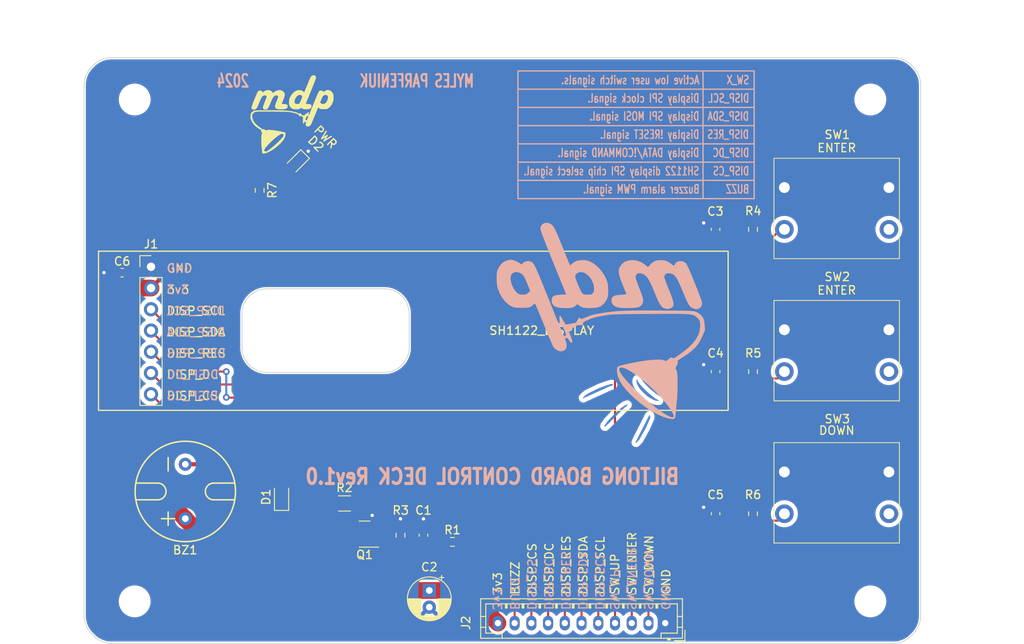
<source format=kicad_pcb>
(kicad_pcb (version 20221018) (generator pcbnew)
  (layers (0 "F.Cu" signal) (31 "B.Cu" signal) (34 "B.Paste" user) (35 "F.Paste" user) (36 "B.SilkS" user "B.Silkscreen") (37 "F.SilkS" user "F.Silkscreen") (38 "B.Mask" user) (39 "F.Mask" user) (44 "Edge.Cuts" user))
  (net 0 "")
  (net 1 "+3V3")
  (net 2 "Net-(BZ1-+)")
  (net 3 "Net-(Q1-B)")
  (net 4 "GND")
  (net 5 "/SW_UP")
  (net 6 "/SW_ENTER")
  (net 7 "/SW_DOWN")
  (net 8 "/DISP_SCL")
  (net 9 "/DISP_MOSI")
  (net 10 "/DISP_RES")
  (net 11 "/DISP_DC")
  (net 12 "/DISP_CS")
  (net 13 "/BUZZ")
  (net 14 "Net-(Q1-C)")
  (net 18 "Net-(D2-A)")
  (footprint "BiltongBoardControlDeck:signature_fc_10x11.5mm" (layer "F.Cu") (at 122.891022 53.03)
    (fp_text reference "G***" hide)
    (fp_text value "LOGO" hide)
    (fp_poly (pts (xy -0.08 1.69) (xy 0.224945 1.932199) (xy 0.486081 2.178922) (xy 0.750451 2.479111) (xy 0.855296 2.631772) (xy 0.861684 2.655291) (xy 0.853891 2.661318) (xy 0.39 2.21) (xy -0.02 1.75) (xy 0.06 1.83)) (stroke (width 0.1)) (fill solid) (layer "F.Cu"))
    (fp_poly (pts (xy -1.36 1.49) (xy -1.5 1.54) (xy -1.69 1.55) (xy -1.06 1.2) (xy -0.71 0.87) (xy -0.44 0.49) (xy -0.44 0.66) (xy -0.480254 0.730259) (xy -0.51 0.78) (xy -0.69 0.98) (xy -0.9 1.19)) (stroke (width 0.1)) (fill solid) (layer "F.Cu"))
    (fp_poly (pts (xy -0.964174 2.365883) (xy -1.03 2.23) (xy -0.55 3.18) (xy -0.5 3.28) (xy -0.5 3.3) (xy -0.58 3.22) (xy -0.63 3.15) (xy -0.73 2.96) (xy -0.89 2.62) (xy -1 2.36) (xy -1.04 2.19)) (stroke (width 0.1)) (fill solid) (layer "F.Cu"))
    (fp_poly (pts (xy 1.694886 1.473978) (xy 0.403121 0.886669) (xy 0.397986 0.874349) (xy 0.41725 0.87232) (xy 0.84 1) (xy 1.376501 1.239721) (xy 1.56127 1.343862) (xy 1.674862 1.42598) (xy 1.707956 1.479685) (xy 1.658861 1.457978) (xy 1.602287 1.43276) (xy 1.615339 1.442368)) (stroke (width 0.1)) (fill solid) (layer "F.Cu"))
  )
  (footprint "Resistor_SMD:R_0603_1608Metric" (layer "F.Cu") (at 120.18 59.86 -90)
    (fp_text reference "R7" (at -0.002 -1.514 90) (layer "F.SilkS") (effects (font (thickness 0.16))))
    (fp_text value "4.7K")
    (pad "1" smd roundrect (at -0.825 0 270) (size 0.8 0.95) (layers "F.Cu" "F.Paste" "F.Mask") (net 18 "Net-(D2-A)"))
    (pad "2" smd roundrect (at 0.825 0 270) (size 0.8 0.95) (layers "F.Cu" "F.Paste" "F.Mask") (net 1 "+3V3"))
  )
  (footprint "Resistor_SMD:R_0603_1608Metric" (layer "F.Cu") (at 143.225 101.89 180)
    (fp_text reference "R1" (at -0.005 1.42 180) (layer "F.SilkS") (effects (font (thickness 0.16))))
    (fp_text value "4.7K")
    (pad "1" smd roundrect (at -0.825 0 180) (size 0.8 0.95) (layers "F.Cu" "F.Paste" "F.Mask") (net 13 "/BUZZ"))
    (pad "2" smd roundrect (at 0.825 0 180) (size 0.8 0.95) (layers "F.Cu" "F.Paste" "F.Mask") (net 3 "Net-(Q1-B)"))
  )
  (footprint "MountingHole:MountingHole_3.2mm_M3" (layer "F.Cu") (at 193.19 109)
    (fp_text reference "H4" hide)
    (fp_text value "MountingHole M3")
    (pad "" np_thru_hole circle (at 0 0) (size 3.2 3.2) (drill 3.2) (layers "*.Cu" "*.Mask"))
  )
  (footprint "Capacitor_SMD:C_0603_1608Metric" (layer "F.Cu") (at 103.74 69.7 180)
    (fp_text reference "C6" (at 0 1.35) (layer "F.SilkS") (effects (font (thickness 0.16))))
    (fp_text value "1u")
    (pad "1" smd roundrect (at -0.775 0 180) (size 0.9 0.95) (layers "F.Cu" "F.Paste" "F.Mask") (net 1 "+3V3"))
    (pad "2" smd roundrect (at 0.775 0 180) (size 0.9 0.95) (layers "F.Cu" "F.Paste" "F.Mask") (net 4 "GND"))
  )
  (footprint "Connector_PinHeader_2.54mm:PinHeader_1x07_P2.54mm_Vertical" (layer "F.Cu") (at 107.19 69)
    (fp_text reference "J1" (at 0 -2.708) (layer "F.SilkS") (effects (font (thickness 0.16))))
    (fp_text value "SH1122_DISP")
    (pad "1" thru_hole rect (at 0 0) (size 1.7 1.7) (drill 1) (layers "*.Cu" "*.Mask") (net 4 "GND"))
    (pad "2" thru_hole oval (at 0 2.54) (size 1.7 1.7) (drill 1) (layers "*.Cu" "*.Mask") (net 1 "+3V3"))
    (pad "3" thru_hole oval (at 0 5.08) (size 1.7 1.7) (drill 1) (layers "*.Cu" "*.Mask") (net 8 "/DISP_SCL"))
    (pad "4" thru_hole oval (at 0 7.62) (size 1.7 1.7) (drill 1) (layers "*.Cu" "*.Mask") (net 9 "/DISP_MOSI"))
    (pad "5" thru_hole oval (at 0 10.16) (size 1.7 1.7) (drill 1) (layers "*.Cu" "*.Mask") (net 10 "/DISP_RES"))
    (pad "6" thru_hole oval (at 0 12.7) (size 1.7 1.7) (drill 1) (layers "*.Cu" "*.Mask") (net 11 "/DISP_DC"))
    (pad "7" thru_hole oval (at 0 15.24) (size 1.7 1.7) (drill 1) (layers "*.Cu" "*.Mask") (net 12 "/DISP_CS"))
  )
  (footprint "BiltongBoardControlDeck:GT-111P" (layer "F.Cu") (at 111.29 95.86 90)
    (fp_text reference "BZ1" (at -7.01 -0.02 unlocked) (layer "F.SilkS") (effects (font (thickness 0.16))))
    (fp_text value "GT-111P")
    (pad "1" thru_hole circle (at -3.25 0 90) (size 1.56 1.56) (drill 0.8) (layers "*.Cu" "*.Mask") (net 1 "+3V3"))
    (pad "2" thru_hole circle (at 3.25 0 90) (size 1.56 1.56) (drill 0.8) (layers "*.Cu" "*.Mask") (net 2 "Net-(BZ1-+)"))
  )
  (footprint "BiltongBoardControlDeck:signature_ss_10x11.5mm" (layer "F.Cu") (at 124.077223 51.841552)
    (fp_text reference "G***" hide)
    (fp_text value "LOGO" hide)
  )
  (footprint "Capacitor_SMD:C_0603_1608Metric" (layer "F.Cu") (at 174.69 64.525 90)
    (fp_text reference "C3" (at 2.15 -0.025 180) (layer "F.SilkS") (effects (font (thickness 0.16))))
    (fp_text value "10n")
    (pad "1" smd roundrect (at -0.775 0 90) (size 0.9 0.95) (layers "F.Cu" "F.Paste" "F.Mask") (net 5 "/SW_UP"))
    (pad "2" smd roundrect (at 0.775 0 90) (size 0.9 0.95) (layers "F.Cu" "F.Paste" "F.Mask") (net 4 "GND"))
  )
  (footprint "Diode_SMD:D_SOD-323" (layer "F.Cu") (at 122.796 96.518 90)
    (fp_text reference "D1" (at 0 -1.85 90) (layer "F.SilkS") (effects (font (thickness 0.16))))
    (fp_text value "D_Schottky")
    (pad "1" smd roundrect (at -1.05 0 90) (size 0.6 0.45) (layers "F.Cu" "F.Paste" "F.Mask") (net 1 "+3V3"))
    (pad "2" smd roundrect (at 1.05 0 90) (size 0.6 0.45) (layers "F.Cu" "F.Paste" "F.Mask") (net 2 "Net-(BZ1-+)"))
  )
  (footprint "LED_SMD:LED_0603_1608Metric" (layer "F.Cu") (at 124.561022 56.57 -135)
    (fp_text reference "D2" (at -3.266833 -0.039598 135) (layer "F.SilkS") (effects (font (thickness 0.16))))
    (fp_text value "LED")
    (pad "1" smd roundrect (at -0.7875 0 225) (size 0.875 0.95) (layers "F.Cu" "F.Paste" "F.Mask") (net 4 "GND"))
    (pad "2" smd roundrect (at 0.7875 0 225) (size 0.875 0.95) (layers "F.Cu" "F.Paste" "F.Mask") (net 18 "Net-(D2-A)"))
  )
  (footprint "MountingHole:MountingHole_3.2mm_M3" (layer "F.Cu") (at 105.24 109)
    (fp_text reference "H2" hide)
    (fp_text value "MountingHole M3")
    (pad "" np_thru_hole circle (at 0 0) (size 3.2 3.2) (drill 3.2) (layers "*.Cu" "*.Mask"))
  )
  (footprint "Capacitor_THT:CP_Radial_D5.0mm_P2.00mm" (layer "F.Cu") (at 140.462 107.696 -90)
    (fp_text reference "C2" (at -2.794 0) (layer "F.SilkS") (effects (font (thickness 0.153))))
    (fp_text value "10u")
    (pad "1" thru_hole rect (at 0 0 270) (size 1.6 1.6) (drill 0.8) (layers "*.Cu" "*.Mask") (net 1 "+3V3"))
    (pad "2" thru_hole circle (at 2 0 270) (size 1.6 1.6) (drill 0.8) (layers "*.Cu" "*.Mask") (net 4 "GND"))
  )
  (footprint "Resistor_SMD:R_0603_1608Metric" (layer "F.Cu") (at 179.165 98.525 90)
    (fp_text reference "R6" (at 2.275 0 180) (layer "F.SilkS") (effects (font (thickness 0.16))))
    (fp_text value "10k")
    (pad "1" smd roundrect (at -0.825 0 90) (size 0.8 0.95) (layers "F.Cu" "F.Paste" "F.Mask") (net 7 "/SW_DOWN"))
    (pad "2" smd roundrect (at 0.825 0 90) (size 0.8 0.95) (layers "F.Cu" "F.Paste" "F.Mask") (net 1 "+3V3"))
  )
  (footprint "Package_TO_SOT_SMD:SOT-23" (layer "F.Cu") (at 132.7275 100.96 180)
    (fp_text reference "Q1" (at 0 -2.47) (layer "F.SilkS") (effects (font (thickness 0.16))))
    (fp_text value "MMBT3904")
    (pad "1" smd roundrect (at -0.9375 -0.95 180) (size 1.475 0.6) (layers "F.Cu" "F.Paste" "F.Mask") (net 3 "Net-(Q1-B)"))
    (pad "2" smd roundrect (at -0.9375 0.95 180) (size 1.475 0.6) (layers "F.Cu" "F.Paste" "F.Mask") (net 4 "GND"))
    (pad "3" smd roundrect (at 0.9375 0 180) (size 1.475 0.6) (layers "F.Cu" "F.Paste" "F.Mask") (net 14 "Net-(Q1-C)"))
  )
  (footprint "BiltongBoardControlDeck:TS14-1212-150-BK-260-SCR-D" (layer "F.Cu") (at 189.165 96.025)
    (fp_text reference "SW3" (at 0.075 -8.825 unlocked) (layer "F.SilkS") (effects (font (thickness 0.153))))
    (fp_text value "TS14-1212-150-BK-260-SCR-D")
    (pad "1" thru_hole circle (at -6.25 -2.5) (size 2.224 2.224) (drill 1.3) (layers "*.Cu" "*.Mask") (net 4 "GND"))
    (pad "2" thru_hole circle (at 6.25 -2.5) (size 2.224 2.224) (drill 1.3) (layers "*.Cu" "*.Mask") (net 4 "GND"))
    (pad "3" thru_hole circle (at -6.25 2.5) (size 2.224 2.224) (drill 1.3) (layers "*.Cu" "*.Mask") (net 7 "/SW_DOWN"))
    (pad "4" thru_hole circle (at 6.25 2.5) (size 2.224 2.224) (drill 1.3) (layers "*.Cu" "*.Mask"))
  )
  (footprint "BiltongBoardControlDeck:TS14-1212-150-BK-260-SCR-D" (layer "F.Cu") (at 189.165 62.025)
    (fp_text reference "SW1" (at 0.075 -8.825 unlocked) (layer "F.SilkS") (effects (font (thickness 0.153))))
    (fp_text value "TS14-1212-150-BK-260-SCR-D")
    (pad "1" thru_hole circle (at -6.25 -2.5) (size 2.224 2.224) (drill 1.3) (layers "*.Cu" "*.Mask") (net 4 "GND"))
    (pad "2" thru_hole circle (at 6.25 -2.5) (size 2.224 2.224) (drill 1.3) (layers "*.Cu" "*.Mask") (net 4 "GND"))
    (pad "3" thru_hole circle (at -6.25 2.5) (size 2.224 2.224) (drill 1.3) (layers "*.Cu" "*.Mask") (net 5 "/SW_UP"))
    (pad "4" thru_hole circle (at 6.25 2.5) (size 2.224 2.224) (drill 1.3) (layers "*.Cu" "*.Mask"))
  )
  (footprint "MountingHole:MountingHole_3.2mm_M3" (layer "F.Cu") (at 105.24 49)
    (fp_text reference "H1" hide)
    (fp_text value "MountingHole M3")
    (pad "" np_thru_hole circle (at 0 0) (size 3.2 3.2) (drill 3.2) (layers "*.Cu" "*.Mask"))
  )
  (footprint "MountingHole:MountingHole_3.2mm_M3" (layer "F.Cu") (at 193.19 49)
    (fp_text reference "H3" hide)
    (fp_text value "MountingHole M3")
    (pad "" np_thru_hole circle (at 0 0) (size 3.2 3.2) (drill 3.2) (layers "*.Cu" "*.Mask"))
  )
  (footprint "Capacitor_SMD:C_0603_1608Metric" (layer "F.Cu") (at 174.69 81.525 90)
    (fp_text reference "C4" (at 2.195 0 180) (layer "F.SilkS") (effects (font (thickness 0.16))))
    (fp_text value "10n")
    (pad "1" smd roundrect (at -0.775 0 90) (size 0.9 0.95) (layers "F.Cu" "F.Paste" "F.Mask") (net 6 "/SW_ENTER"))
    (pad "2" smd roundrect (at 0.775 0 90) (size 0.9 0.95) (layers "F.Cu" "F.Paste" "F.Mask") (net 4 "GND"))
  )
  (footprint "Capacitor_SMD:C_0603_1608Metric" (layer "F.Cu") (at 174.69 98.525 90)
    (fp_text reference "C5" (at 2.275 0) (layer "F.SilkS") (effects (font (thickness 0.16))))
    (fp_text value "10n")
    (pad "1" smd roundrect (at -0.775 0 90) (size 0.9 0.95) (layers "F.Cu" "F.Paste" "F.Mask") (net 7 "/SW_DOWN"))
    (pad "2" smd roundrect (at 0.775 0 90) (size 0.9 0.95) (layers "F.Cu" "F.Paste" "F.Mask") (net 4 "GND"))
  )
  (footprint "BiltongBoardControlDeck:signature_sm_10x11.5mm" (layer "F.Cu") (at 122.891022 53.03)
    (fp_text reference "G***" hide)
    (fp_text value "LOGO" hide)
  )
  (footprint "BiltongBoardControlDeck:TS14-1212-150-BK-260-SCR-D" (layer "F.Cu") (at 189.165 79.025)
    (fp_text reference "SW2" (at 0.075 -8.825 unlocked) (layer "F.SilkS") (effects (font (thickness 0.153))))
    (fp_text value "TS14-1212-150-BK-260-SCR-D")
    (pad "1" thru_hole circle (at -6.25 -2.5) (size 2.224 2.224) (drill 1.3) (layers "*.Cu" "*.Mask") (net 4 "GND"))
    (pad "2" thru_hole circle (at 6.25 -2.5) (size 2.224 2.224) (drill 1.3) (layers "*.Cu" "*.Mask") (net 4 "GND"))
    (pad "3" thru_hole circle (at -6.25 2.5) (size 2.224 2.224) (drill 1.3) (layers "*.Cu" "*.Mask") (net 6 "/SW_ENTER"))
    (pad "4" thru_hole circle (at 6.25 2.5) (size 2.224 2.224) (drill 1.3) (layers "*.Cu" "*.Mask"))
  )
  (footprint "Resistor_SMD:R_1206_3216Metric" (layer "F.Cu") (at 130.322108 97.294215 180)
    (fp_text reference "R2" (at 0 1.875) (layer "F.SilkS") (effects (font (thickness 0.16))))
    (fp_text value "56")
    (pad "1" smd roundrect (at -1.4625 0 180) (size 1.125 1.75) (layers "F.Cu" "F.Paste" "F.Mask") (roundrect_rratio 0.222222) (net 14 "Net-(Q1-C)"))
    (pad "2" smd roundrect (at 1.4625 0 180) (size 1.125 1.75) (layers "F.Cu" "F.Paste" "F.Mask") (roundrect_rratio 0.222222) (net 2 "Net-(BZ1-+)"))
  )
  (footprint "Capacitor_SMD:C_0603_1608Metric" (layer "F.Cu") (at 139.764608 101.09 90)
    (fp_text reference "C1" (at 2.97 0 180) (layer "F.SilkS") (effects (font (thickness 0.16))))
    (fp_text value "DNP")
    (pad "1" smd roundrect (at -0.775 0 90) (size 0.9 0.95) (layers "F.Cu" "F.Paste" "F.Mask") (net 3 "Net-(Q1-B)"))
    (pad "2" smd roundrect (at 0.775 0 90) (size 0.9 0.95) (layers "F.Cu" "F.Paste" "F.Mask") (net 4 "GND"))
  )
  (footprint "Resistor_SMD:R_0603_1608Metric" (layer "F.Cu") (at 137.02 101.09 -90)
    (fp_text reference "R3" (at -2.97 -0.02 180) (layer "F.SilkS") (effects (font (thickness 0.16))))
    (fp_text value "DNP")
    (pad "1" smd roundrect (at -0.825 0 270) (size 0.8 0.95) (layers "F.Cu" "F.Paste" "F.Mask") (net 4 "GND"))
    (pad "2" smd roundrect (at 0.825 0 270) (size 0.8 0.95) (layers "F.Cu" "F.Paste" "F.Mask") (net 3 "Net-(Q1-B)"))
  )
  (footprint "Resistor_SMD:R_0603_1608Metric" (layer "F.Cu") (at 179.165 81.525 90)
    (fp_text reference "R5" (at 2.195 0.025 180) (layer "F.SilkS") (effects (font (thickness 0.16))))
    (fp_text value "10k")
    (pad "1" smd roundrect (at -0.825 0 90) (size 0.8 0.95) (layers "F.Cu" "F.Paste" "F.Mask") (net 6 "/SW_ENTER"))
    (pad "2" smd roundrect (at 0.825 0 90) (size 0.8 0.95) (layers "F.Cu" "F.Paste" "F.Mask") (net 1 "+3V3"))
  )
  (footprint "Resistor_SMD:R_0603_1608Metric" (layer "F.Cu") (at 179.165 64.525 90)
    (fp_text reference "R4" (at 2.2 0.025 180) (layer "F.SilkS") (effects (font (thickness 0.16))))
    (fp_text value "10k")
    (pad "1" smd roundrect (at -0.825 0 90) (size 0.8 0.95) (layers "F.Cu" "F.Paste" "F.Mask") (net 5 "/SW_UP"))
    (pad "2" smd roundrect (at 0.825 0 90) (size 0.8 0.95) (layers "F.Cu" "F.Paste" "F.Mask") (net 1 "+3V3"))
  )
  (footprint "Connector_JST:JST_PH_B11B-PH-K_1x11_P2.00mm_Vertical" (layer "F.Cu") (at 168.665 111.6 180)
    (fp_text reference "J2" (at 23.825 0.02 90) (layer "F.SilkS") (effects (font (thickness 0.16))))
    (fp_text value "JST_PH_B11B-PH-K_1x11" hide)
    (pad "1" thru_hole roundrect (at 0 0 180) (size 1.2 1.75) (drill 0.75) (layers "*.Cu" "*.Mask") (roundrect_rratio 0.208333) (net 4 "GND"))
    (pad "2" thru_hole oval (at 2 0 180) (size 1.2 1.75) (drill 0.75) (layers "*.Cu" "*.Mask") (net 7 "/SW_DOWN"))
    (pad "3" thru_hole oval (at 4 0 180) (size 1.2 1.75) (drill 0.75) (layers "*.Cu" "*.Mask") (net 6 "/SW_ENTER"))
    (pad "4" thru_hole oval (at 6 0 180) (size 1.2 1.75) (drill 0.75) (layers "*.Cu" "*.Mask") (net 5 "/SW_UP"))
    (pad "5" thru_hole oval (at 8 0 180) (size 1.2 1.75) (drill 0.75) (layers "*.Cu" "*.Mask") (net 9 "/DISP_MOSI"))
    (pad "6" thru_hole oval (at 10 0 180) (size 1.2 1.75) (drill 0.75) (layers "*.Cu" "*.Mask") (net 8 "/DISP_SCL"))
    (pad "7" thru_hole oval (at 12 0 180) (size 1.2 1.75) (drill 0.75) (layers "*.Cu" "*.Mask") (net 10 "/DISP_RES"))
    (pad "8" thru_hole oval (at 14 0 180) (size 1.2 1.75) (drill 0.75) (layers "*.Cu" "*.Mask") (net 11 "/DISP_DC"))
    (pad "9" thru_hole oval (at 16 0 180) (size 1.2 1.75) (drill 0.75) (layers "*.Cu" "*.Mask") (net 12 "/DISP_CS"))
    (pad "10" thru_hole oval (at 18 0 180) (size 1.2 1.75) (drill 0.75) (layers "*.Cu" "*.Mask") (net 13 "/BUZZ"))
    (pad "11" thru_hole oval (at 20 0 180) (size 1.2 1.75) (drill 0.75) (layers "*.Cu" "*.Mask") (net 1 "+3V3"))
  )
  (footprint "BiltongBoardControlDeck:signature_ss_25x28.8mm" (layer "B.Cu") (at 160.874348 78.123097 180)
    (fp_text reference "G***" hide)
    (fp_text value "LOGO" hide)
  )
  (footprint "BiltongBoardControlDeck:signature_fc_25x28.8mm" (layer "B.Cu") (at 164.079894 81.203097 180)
    (fp_text reference "G***" hide)
    (fp_text value "LOGO" hide)
    (fp_poly (pts (xy 5.2 -3.47) (xy 5.01 -3.27) (xy 4.69 -3.02) (xy 3.22 -2.31) (xy 2.33 -1.99) (xy 1.84 -1.85) (xy 1.69 -1.91) (xy 2.14 -2.07) (xy 5.07 -3.4)) (stroke (width 0.1)) (fill solid) (layer "B.Cu"))
    (fp_poly (pts (xy -2.69 -5.64) (xy -1.41 -8.16) (xy -1.12 -8.75) (xy -1.11 -8.8) (xy -1.45 -8.42) (xy -2.21 -7.07) (xy -2.73 -5.9) (xy -2.75 -5.69) (xy -2.73 -5.59) (xy -2.68 -5.65)) (stroke (width 0.1)) (fill solid) (layer "B.Cu"))
    (fp_poly (pts (xy -0.04 -4.31) (xy 0.25 -4.43) (xy 0.72 -4.78) (xy 1.35 -5.33) (xy 2.25 -6.28) (xy 2.61 -6.78) (xy 2.63 -6.85) (xy 2.61 -6.87) (xy 2.54 -6.81) (xy 0.31 -4.6) (xy 0.04 -4.39)) (stroke (width 0.1)) (fill solid) (layer "B.Cu"))
    (fp_poly (pts (xy -1.23029 -1.235966) (xy -1.193311 -1.29997) (xy -1.193225 -1.300129) (xy -1.152854 -1.44555) (xy -1.167261 -1.624466) (xy -1.233673 -1.831422) (xy -1.349314 -2.060963) (xy -1.511411 -2.307635) (xy -1.717191 -2.565983) (xy -1.963878 -2.83055) (xy -1.97927 -2.845859) (xy -2.282973 -3.127115) (xy -2.577118 -3.356856) (xy -2.878788 -3.547748) (xy -3.045852 -3.636641) (xy -3.213913 -3.716782) (xy -3.346657 -3.767936) (xy -3.467922 -3.797585) (xy -3.601547 -3.813212) (xy -3.61049 -3.813868) (xy -3.731041 -3.819732) (xy -3.818852 -3.818739) (xy -3.856561 -3.811158) (xy -3.856908 -3.810042) (xy -3.828611 -3.78371) (xy -3.755913 -3.739042) (xy -3.69186 -3.704856) (xy -3.487474 -3.586219) (xy -3.248362 -3.422035) (xy -2.984233 -3.22019) (xy -2.704793 -2.988572) (xy -2.41975 -2.735067) (xy -2.138812 -2.467561) (xy -2.01114 -2.339432) (xy -1.74295 -2.054618) (xy -1.532887 -1.807464) (xy -1.380803 -1.597765) (xy -1.286552 -1.425317) (xy -1.249988 -1.289916) (xy -1.249498 -1.278333) (xy -1.245705 -1.230038)) (fill solid) (layer "B.Cu"))
  )
  (footprint "BiltongBoardControlDeck:signature_sm_25x28.8mm" (layer "B.Cu") (at 164.079894 81.203097 180)
    (fp_text reference "G***" hide)
    (fp_text value "LOGO" hide)
  )
  (gr_line (start 173.188748 45.695) (end 173.188749 60.785) (stroke (width 0.15)) (layer "B.SilkS"))
  (gr_line (start 151.083332 54.304999) (end 179.293332 54.305) (stroke (width 0.15)) (layer "B.SilkS"))
  (gr_line (start 151.063332 60.845) (end 151.063331 45.584999) (stroke (width 0.15)) (layer "B.SilkS"))
  (gr_line (start 151.063332 58.665001) (end 179.253333 58.665) (stroke (width 0.15)) (layer "B.SilkS"))
  (gr_line (start 151.063331 47.764999) (end 179.293332 47.764999) (stroke (width 0.15)) (layer "B.SilkS"))
  (gr_line (start 151.073332 45.584999) (end 179.293332 45.585) (stroke (width 0.15)) (layer "B.SilkS"))
  (gr_line (start 151.083333 52.124999) (end 179.283334 52.124999) (stroke (width 0.15)) (layer "B.SilkS"))
  (gr_line (start 151.063332 60.845) (end 179.302497 60.845) (stroke (width 0.15)) (layer "B.SilkS"))
  (gr_line (start 151.093332 49.945001) (end 179.293332 49.945001) (stroke (width 0.15)) (layer "B.SilkS"))
  (gr_line (start 151.063331 56.484999) (end 179.273332 56.484999) (stroke (width 0.15)) (layer "B.SilkS"))
  (gr_line (start 179.302498 45.595001) (end 179.302497 60.845) (stroke (width 0.15)) (layer "B.SilkS"))
  (gr_rect (start 100.915 67.1375) (end 176.19 86.1625) (stroke (width 0.15)) (fill none) (layer "F.SilkS"))
  (gr_arc (start 99.2 47.242641) (mid 99.428362 46.09459) (end 100.07868 45.12132) (stroke (width 0.1)) (layer "Edge.Cuts"))
  (gr_arc (start 138.06 78.625) (mid 137.18132 80.74632) (end 135.06 81.625) (stroke (width 0.1)) (layer "Edge.Cuts"))
  (gr_line (start 138.06 74.625) (end 138.06 78.625) (stroke (width 0.1)) (layer "Edge.Cuts"))
  (gr_arc (start 135.06 71.625) (mid 137.18132 72.50368) (end 138.06 74.625) (stroke (width 0.1)) (layer "Edge.Cuts"))
  (gr_arc (start 102.442641 114) (mid 101.294582 113.771652) (end 100.321321 113.121321) (stroke (width 0.1)) (layer "Edge.Cuts"))
  (gr_line (start 198.07868 44.87868) (end 198.321321 45.121321) (stroke (width 0.1)) (layer "Edge.Cuts"))
  (gr_line (start 195.957359 44) (end 102.442641 44) (stroke (width 0.1)) (layer "Edge.Cuts"))
  (gr_line (start 199.2 110.757359) (end 199.2 47.242641) (stroke (width 0.1)) (layer "Edge.Cuts"))
  (gr_arc (start 195.957359 44) (mid 197.105418 44.228348) (end 198.07868 44.87868) (stroke (width 0.1)) (layer "Edge.Cuts"))
  (gr_line (start 102.442641 114) (end 195.957359 114) (stroke (width 0.1)) (layer "Edge.Cuts"))
  (gr_line (start 198.07868 113.12132) (end 198.321321 112.878679) (stroke (width 0.1)) (layer "Edge.Cuts"))
  (gr_arc (start 121.06 81.625) (mid 118.93868 80.74632) (end 118.06 78.625) (stroke (width 0.1)) (layer "Edge.Cuts"))
  (gr_line (start 100.07868 112.87868) (end 100.321321 113.121321) (stroke (width 0.1)) (layer "Edge.Cuts"))
  (gr_arc (start 100.321321 44.878679) (mid 101.294593 44.228374) (end 102.442641 44) (stroke (width 0.1)) (layer "Edge.Cuts"))
  (gr_line (start 135.06 81.625) (end 121.06 81.625) (stroke (width 0.1)) (layer "Edge.Cuts"))
  (gr_line (start 118.06 78.625) (end 118.06 74.625) (stroke (width 0.1)) (layer "Edge.Cuts"))
  (gr_arc (start 118.06 74.625) (mid 118.93868 72.50368) (end 121.06 71.625) (stroke (width 0.1)) (layer "Edge.Cuts"))
  (gr_line (start 121.06 71.625) (end 135.06 71.625) (stroke (width 0.1)) (layer "Edge.Cuts"))
  (gr_arc (start 198.321321 45.121321) (mid 198.971639 46.094591) (end 199.2 47.242641) (stroke (width 0.1)) (layer "Edge.Cuts"))
  (gr_arc (start 199.2 110.757359) (mid 198.971652 111.905418) (end 198.321321 112.878679) (stroke (width 0.1)) (layer "Edge.Cuts"))
  (gr_line (start 100.07868 45.12132) (end 100.321321 44.878679) (stroke (width 0.1)) (layer "Edge.Cuts"))
  (gr_arc (start 100.07868 112.87868) (mid 99.428375 111.905407) (end 99.2 110.757359) (stroke (width 0.1)) (layer "Edge.Cuts"))
  (gr_line (start 99.2 47.242641) (end 99.2 110.757359) (stroke (width 0.1)) (layer "Edge.Cuts"))
  (gr_arc (start 198.07868 113.12132) (mid 197.10541 113.771639) (end 195.957359 114) (stroke (width 0.1)) (layer "Edge.Cuts"))
  (gr_text "2024\n" (at 130.57 111.34) (layer "F.Cu") (effects (font (size 1.5 1) (thickness 0.25) bold)))
  (gr_text "MYLES PARFENIUK" (at 116.55 111.34) (layer "F.Cu") (effects (font (size 1.5 1) (thickness 0.25) bold)))
  (gr_text "BILTONG BOARD CONTROL DECK Rev1.0" (at 149.2 58.76) (layer "F.Cu") (effects (font (size 1.8 1.5) (thickness 0.25) bold)))
  (gr_text "DISP_RES" (at 112.59 79.36) (layer "B.SilkS") (effects (font (size 1 1) (thickness 0.153)) (justify mirror)))
  (gr_text "BUZZ" (at 177.306665 59.72) (layer "B.SilkS") (effects (font (size 1 0.7) (thickness 0.153) bold) (justify mirror)))
  (gr_text "DISP_DC" (at 112.161429 81.9) (layer "B.SilkS") (effects (font (size 1 1) (thickness 0.153)) (justify mirror)))
  (gr_text "GND" (at 110.59 69.2) (layer "B.SilkS") (effects (font (size 1 1) (thickness 0.153)) (justify mirror)))
  (gr_text "DISP_DC" (at 154.72 106.928572 270) (layer "B.SilkS") (effects (font (size 1 1) (thickness 0.153)) (justify mirror)))
  (gr_text "SW_X" (at 177.356666 46.67) (layer "B.SilkS") (effects (font (size 1 0.7) (thickness 0.153) bold) (justify mirror)))
  (gr_text "DISP_SCL" (at 176.256666 48.855) (layer "B.SilkS") (effects (font (size 1 0.7) (thickness 0.153) bold) (justify mirror)))
  (gr_text "Display !RESET signal. " (at 166.543332 53.19) (layer "B.SilkS") (effects (font (size 1 0.7) (thickness 0.153) bold) (justify mirror)))
  (gr_text "3v3" (at 110.399524 71.74) (layer "B.SilkS") (effects (font (size 1 1) (thickness 0.153)) (justify mirror)))
  (gr_text "2024\n" (at 116.98 46.78) (layer "B.SilkS") (effects (font (size 1.5 1) (thickness 0.25) bold) (justify mirror)))
  (gr_text "Display DATA/!COMMAND signal." (at 164.268749 55.37) (layer "B.SilkS") (effects (font (size 1 0.7) (thickness 0.153) bold) (justify mirror)))
  (gr_text "DISP_DC" (at 176.523332 55.37) (layer "B.SilkS") (effects (font (size 1 0.7) (thickness 0.153) bold) (justify mirror)))
  (gr_text "DISP_CS" (at 152.688 106.952381 270) (layer "B.SilkS") (effects (font (size 1 1) (thickness 0.153)) (justify mirror)))
  (gr_text "BILTONG BOARD CONTROL DECK Rev1.0" (at 148 94.09) (layer "B.SilkS") (effects (font (size 1.8 1.5) (thickness 0.375) bold) (justify mirror)))
  (gr_text "DISP_CS" (at 112.137619 84.44) (layer "B.SilkS") (effects (font (size 1 1) (thickness 0.153)) (justify mirror)))
  (gr_text "SH1122 display SPI chip select signal." (at 162.238749 57.56) (layer "B.SilkS") (effects (font (size 1 0.7) (thickness 0.153) bold) (justify mirror)))
  (gr_text "DISP_SCL" (at 112.542381 74.28) (layer "B.SilkS") (effects (font (size 1 1) (thickness 0.153)) (justify mirror)))
  (gr_text "3v3" (at 148.56 108.690476 270) (layer "B.SilkS") (effects (font (size 1 1) (thickness 0.153)) (justify mirror)))
  (gr_text "DISP_RES" (at 156.752 106.5 270) (layer "B.SilkS") (effects (font (size 1 1) (thickness 0.153)) (justify mirror)))
  (gr_text "SW_DOWN" (at 166.658 106.476191 270) (layer "B.SilkS") (effects (font (size 1 1) (thickness 0.153)) (justify mirror)))
  (gr_text "DISP_SCL" (at 160.816 106.547619 270) (layer "B.SilkS") (effects (font (size 1 1) (thickness 0.153)) (justify mirror)))
  (gr_text "DISP_SDA" (at 112.566191 76.82) (layer "B.SilkS") (effects (font (size 1 1) (thickness 0.153)) (justify mirror)))
  (gr_text "DISP_SDA" (at 158.784 106.52381 270) (layer "B.SilkS") (effects (font (size 1 1) (thickness 0.153)) (justify mirror)))
  (gr_text "GND" (at 168.69 108.5 270) (layer "B.SilkS") (effects (font (size 1 1) (thickness 0.153)) (justify mirror)))
  (gr_text "Active low user switch signals." (at 164.482083 46.67) (layer "B.SilkS") (effects (font (size 1 0.7) (thickness 0.153) bold) (justify mirror)))
  (gr_text "SW_UP" (at 162.594 107.571429 270) (layer "B.SilkS") (effects (font (size 1 1) (thickness 0.153)) (justify mirror)))
  (gr_text "BUZZ" (at 150.656 108.047619 270) (layer "B.SilkS") (effects (font (size 1 1) (thickness 0.153)) (justify mirror)))
  (gr_text "DISP_CS" (at 176.539999 57.56) (layer "B.SilkS") (effects (font (size 1 0.7) (thickness 0.153) bold) (justify mirror)))
  (gr_text "DISP_RES" (at 176.19 53.19) (layer "B.SilkS") (effects (font (size 1 0.7) (thickness 0.153) bold) (justify mirror)))
  (gr_text "Buzzer alarm PWM signal." (at 165.804165 59.72) (layer "B.SilkS") (effects (font (size 1 0.7) (thickness 0.153) bold) (justify mirror)))
  (gr_text "MYLES PARFENIUK" (at 138.96 46.78) (layer "B.SilkS") (effects (font (size 1.5 1) (thickness 0.25) bold) (justify mirror)))
  (gr_text "DISP_SDA" (at 176.206667 51.01) (layer "B.SilkS") (effects (font (size 1 0.7) (thickness 0.153) bold) (justify mirror)))
  (gr_text "Display SPI MOSI signal. " (at 165.909998 51.010001) (layer "B.SilkS") (effects (font (size 1 0.7) (thickness 0.153) bold) (justify mirror)))
  (gr_text "SW_ENTER" (at 164.626 106.285714 270) (layer "B.SilkS") (effects (font (size 1 1) (thickness 0.153)) (justify mirror)))
  (gr_text "Display SPI clock signal. " (at 165.798749 48.855) (layer "B.SilkS") (effects (font (size 1 0.7) (thickness 0.153) bold) (justify mirror)))
  (gr_text "DISP_SDA" (at 158.864 104.695238 90) (layer "F.SilkS") (effects (font (size 1 1) (thickness 0.153))))
  (gr_text "ENTER" (at 186.764226 72.39) (layer "F.SilkS") (effects (font (size 1 1) (thickness 0.153)) (justify left bottom)))
  (gr_text "DISP_SCL" (at 160.896 104.719048 90) (layer "F.SilkS") (effects (font (size 1 1) (thickness 0.153))))
  (gr_text "DISP_CS" (at 152.768 105.12381 90) (layer "F.SilkS") (effects (font (size 1 1) (thickness 0.153))))
  (gr_text "DISP_CS" (at 112.161428 84.42) (layer "F.SilkS") (effects (font (size 1 1) (thickness 0.153))))
  (gr_text "DISP_DC" (at 154.8 105.1 90) (layer "F.SilkS") (effects (font (size 1 1) (thickness 0.153))))
  (gr_text "ENTER" (at 186.764226 55.372) (layer "F.SilkS") (effects (font (size 1 1) (thickness 0.153)) (justify left bottom)))
  (gr_text "SW_DOWN" (at 166.738 104.647619 90) (layer "F.SilkS") (effects (font (size 1 1) (thickness 0.153))))
  (gr_text "DISP_SCL" (at 112.56619 74.26) (layer "F.SilkS") (effects (font (size 1 1) (thickness 0.153))))
  (gr_text "SW_ENTER" (at 164.706 104.457143 90) (layer "F.SilkS") (effects (font (size 1 1) (thickness 0.153))))
  (gr_text "GND" (at 110.613809 69.18) (layer "F.SilkS") (effects (font (size 1 1) (thickness 0.153))))
  (gr_text "DISP_RES" (at 156.832 104.671429 90) (layer "F.SilkS") (effects (font (size 1 1) (thickness 0.153))))
  (gr_text "DISP_DC" (at 112.185238 81.88) (layer "F.SilkS") (effects (font (size 1 1) (thickness 0.153))))
  (gr_text "DISP_SDA" (at 112.59 76.8) (layer "F.SilkS") (effects (font (size 1 1) (thickness 0.153))))
  (gr_text "BUZZ" (at 150.736 106.219048 90) (layer "F.SilkS") (effects (font (size 1 1) (thickness 0.153))))
  (gr_text "PWR" (at 128.051022 53.49 315) (layer "F.SilkS") (effects (font (size 1 1) (thickness 0.16))))
  (gr_text "GND" (at 168.77 106.671429 90) (layer "F.SilkS") (effects (font (size 1 1) (thickness 0.153))))
  (gr_text "SW_UP" (at 162.674 105.742857 90) (layer "F.SilkS") (effects (font (size 1 1) (thickness 0.153))))
  (gr_text "SH1122_DISPLAY" (at 153.91 76.625) (layer "F.SilkS") (effects (font (size 1 1) (thickness 0.16))))
  (gr_text "3v3" (at 148.64 106.861905 90) (layer "F.SilkS") (effects (font (size 1 1) (thickness 0.153))))
  (gr_text "DOWN" (at 186.954703 89.154) (layer "F.SilkS") (effects (font (size 1 1) (thickness 0.153)) (justify left bottom)))
  (gr_text "DISP_RES" (at 112.613809 79.34) (layer "F.SilkS") (effects (font (size 1 1) (thickness 0.153))))
  (gr_text "3v3" (at 110.423333 71.72) (layer "F.SilkS") (effects (font (size 1 1) (thickness 0.153))))
  (segment (start 111.29 99.11) (end 111.29 99.145786) (width 2) (layer "F.Cu") (net 1))
  (segment (start 120.18 60.685) (end 120.18 61.86) (width 0.5) (layer "F.Cu") (net 1))
  (segment (start 144.761 107.696) (end 119.844214 107.696) (width 2) (layer "F.Cu") (net 1))
  (segment (start 111.29 99.145786) (end 116.237107 104.092893) (width 2) (layer "F.Cu") (net 1))
  (segment (start 189.19 79) (end 189.18 79.01) (width 0.5) (layer "F.Cu") (net 1))
  (segment (start 179.165 80.7) (end 180.885 78.98) (width 0.5) (layer "F.Cu") (net 1))
  (segment (start 181.11 96.1) (end 186.98 96.1) (width 0.5) (layer "F.Cu") (net 1))
  (segment (start 102.04 89.895785) (end 102.075785 89.895785) (width 2) (layer "F.Cu") (net 1))
  (segment (start 122.796 97.568) (end 122.762 97.568) (width 0.5) (layer "F.Cu") (net 1))
  (segment (start 121.526 61.87) (end 120.17 61.87) (width 0.5) (layer "F.Cu") (net 1))
  (segment (start 102.04 72.95) (end 102.04 89.895785) (width 2) (layer "F.Cu") (net 1))
  (segment (start 186.98 96.1) (end 189.19 93.89) (width 0.5) (layer "F.Cu") (net 1))
  (segment (start 122.762 97.568) (end 116.237107 104.092893) (width 0.5) (layer "F.Cu") (net 1))
  (segment (start 116.86 61.87) (end 107.19 71.54) (width 0.5) (layer "F.Cu") (net 1))
  (segment (start 104.3 71.54) (end 107.19 71.54) (width 2) (layer "F.Cu") (net 1))
  (segment (start 104.3 71.54) (end 103.45 71.54) (width 2) (layer "F.Cu") (net 1))
  (segment (start 189.19 93.89) (end 189.19 63.93) (width 0.5) (layer "F.Cu") (net 1))
  (segment (start 189.17 78.98) (end 189.19 79) (width 0.5) (layer "F.Cu") (net 1))
  (segment (start 120.17 61.87) (end 116.86 61.87) (width 0.5) (layer "F.Cu") (net 1))
  (segment (start 103.45 71.54) (end 102.04 72.95) (width 2) (layer "F.Cu") (net 1))
  (segment (start 119.844214 107.7) (end 116.237107 104.092893) (width 2) (layer "F.Cu") (net 1))
  (segment (start 148.665 111.6) (end 144.761 107.696) (width 2) (layer "F.Cu") (net 1))
  (segment (start 102.075785 89.895785) (end 111.29 99.11) (width 2) (layer "F.Cu") (net 1))
  (segment (start 189.19 63.93) (end 187.13 61.87) (width 0.5) (layer "F.Cu") (net 1))
  (segment (start 179.165 61.895) (end 179.19 61.87) (width 0.5) (layer "F.Cu") (net 1))
  (segment (start 179.165 97.7) (end 179.51 97.7) (width 0.5) (layer "F.Cu") (net 1))
  (segment (start 179.19 61.87) (end 121.526 61.87) (width 0.5) (layer "F.Cu") (net 1))
  (segment (start 187.13 61.87) (end 179.19 61.87) (width 0.5) (layer "F.Cu") (net 1))
  (segment (start 104.3 71.54) (end 104.29 71.53) (width 0.25) (layer "F.Cu") (net 1))
  (segment (start 180.885 78.98) (end 189.17 78.98) (width 0.5) (layer "F.Cu") (net 1))
  (segment (start 179.51 97.7) (end 181.11 96.1) (width 0.5) (layer "F.Cu") (net 1))
  (segment (start 104.3 71.54) (end 104.515 71.325) (width 0.25) (layer "F.Cu") (net 1))
  (segment (start 120.18 61.86) (end 120.17 61.87) (width 0.5) (layer "F.Cu") (net 1))
  (segment (start 179.165 63.7) (end 179.165 61.895) (width 0.5) (layer "F.Cu") (net 1))
  (segment (start 104.515 71.325) (end 104.515 69.7) (width 0.25) (layer "F.Cu") (net 1))
  (segment (start 119.923785 92.595785) (end 122.796 95.468) (width 0.5) (layer "F.Cu") (net 2))
  (segment (start 122.796 95.468) (end 124.622215 97.294215) (width 0.5) (layer "F.Cu") (net 2))
  (segment (start 111.29 92.61) (end 119.923785 92.595785) (width 0.5) (layer "F.Cu") (net 2))
  (segment (start 124.622215 97.294215) (end 128.859608 97.294215) (width 0.5) (layer "F.Cu") (net 2))
  (segment (start 142.304608 101.915) (end 139.814608 101.915) (width 0.25) (layer "F.Cu") (net 3))
  (segment (start 137.02 101.915) (end 133.67 101.915) (width 0.25) (layer "F.Cu") (net 3))
  (segment (start 139.814608 101.915) (end 139.764608 101.865) (width 0.25) (layer "F.Cu") (net 3))
  (segment (start 133.67 101.915) (end 133.665 101.91) (width 0.25) (layer "F.Cu") (net 3))
  (segment (start 139.764608 101.865) (end 139.714608 101.915) (width 0.25) (layer "F.Cu") (net 3))
  (segment (start 139.714608 101.915) (end 137.02 101.915) (width 0.25) (layer "F.Cu") (net 3))
  (segment (start 174.69 63.75) (end 173.265 63.75) (width 0.25) (layer "F.Cu") (net 4))
  (segment (start 139.764608 99.135608) (end 139.764608 100.315) (width 0.25) (layer "F.Cu") (net 4))
  (segment (start 102.965001 69.7) (end 101.765 69.7) (width 0.25) (layer "F.Cu") (net 4))
  (segment (start 174.69 80.75) (end 173.315 80.75) (width 0.25) (layer "F.Cu") (net 4))
  (segment (start 133.665 98.749607) (end 133.634608 98.719215) (width 0.5) (layer "F.Cu") (net 4))
  (segment (start 137.02 100.265) (end 137.02 99.058) (width 0.25) (layer "F.Cu") (net 4))
  (segment (start 125.991022 55.18) (end 125.157869 56.013153) (width 0.25) (layer "F.Cu") (net 4))
  (segment (start 133.665 100.01) (end 133.665 98.749607) (width 0.5) (layer "F.Cu") (net 4))
  (segment (start 173.265 97.75) (end 174.69 97.75) (width 0.25) (layer "F.Cu") (net 4))
  (segment (start 173.315 80.75) (end 173.265 80.7) (width 0.25) (layer "F.Cu") (net 4))
  (via (at 139.764608 99.135608) (size 0.8) (drill 0.4) (layers "F.Cu" "B.Cu") (net 4))
  (via (at 101.565 69.7) (size 0.8) (drill 0.4) (layers "F.Cu" "B.Cu") (net 4))
  (via (at 173.265 97.75) (size 0.8) (drill 0.4) (layers "F.Cu" "B.Cu") (net 4))
  (via (at 173.265 80.7) (size 0.8) (drill 0.4) (layers "F.Cu" "B.Cu") (net 4))
  (via (at 133.634608 98.719215) (size 0.8) (drill 0.4) (layers "F.Cu" "B.Cu") (net 4))
  (via (at 173.265 63.75) (size 0.8) (drill 0.4) (layers "F.Cu" "B.Cu") (net 4))
  (via (at 137.02 99.135608) (size 0.8) (drill 0.4) (layers "F.Cu" "B.Cu") (net 4))
  (via (at 125.991022 55.18) (size 0.8) (drill 0.4) (layers "F.Cu" "B.Cu") (net 4))
  (segment (start 172.64 65.3) (end 162.67 75.27) (width 0.25) (layer "F.Cu") (net 5))
  (segment (start 182.44 64.525) (end 182.915 64.525) (width 0.25) (layer "F.Cu") (net 5))
  (segment (start 162.67 78.275) (end 162.665 78.28) (width 0.25) (layer "F.Cu") (net 5))
  (segment (start 181.615 65.35) (end 182.44 64.525) (width 0.25) (layer "F.Cu") (net 5))
  (segment (start 179.115 65.3) (end 174.69 65.3) (width 0.25) (layer "F.Cu") (net 5))
  (segment (start 179.165 65.35) (end 181.615 65.35) (width 0.25) (layer "F.Cu") (net 5))
  (segment (start 179.165 65.35) (end 179.115 65.3) (width 0.25) (layer "F.Cu") (net 5))
  (segment (start 174.69 65.3) (end 172.64 65.3) (width 0.25) (layer "F.Cu") (net 5))
  (segment (start 162.67 75.27) (end 162.67 78.275) (width 0.25) (layer "F.Cu") (net 5))
  (segment (start 162.665 111.6) (end 162.665 78.28) (width 0.25) (layer "F.Cu") (net 5))
  (segment (start 179.165 82.35) (end 179.115 82.3) (width 0.25) (layer "F.Cu") (net 6))
  (segment (start 182.09 82.35) (end 182.915 81.525) (width 0.25) (layer "F.Cu") (net 6))
  (segment (start 164.665 111.6) (end 164.665 92.325) (width 0.25) (layer "F.Cu") (net 6))
  (segment (start 179.115 82.3) (end 174.69 82.3) (width 0.25) (layer "F.Cu") (net 6))
  (segment (start 164.665 92.325) (end 174.69 82.3) (width 0.25) (layer "F.Cu") (net 6))
  (segment (start 179.165 82.35) (end 182.09 82.35) (width 0.25) (layer "F.Cu") (net 6))
  (segment (start 182.09 99.35) (end 182.915 98.525) (width 0.25) (layer "F.Cu") (net 7))
  (segment (start 179.165 99.35) (end 182.09 99.35) (width 0.25) (layer "F.Cu") (net 7))
  (segment (start 174.69 99.3) (end 174.012183 99.3) (width 0.25) (layer "F.Cu") (net 7))
  (segment (start 179.115 99.3) (end 179.165 99.35) (width 0.25) (layer "F.Cu") (net 7))
  (segment (start 174.69 99.3) (end 179.115 99.3) (width 0.25) (layer "F.Cu") (net 7))
  (segment (start 166.665 111.6) (end 166.665 106.647183) (width 0.25) (layer "F.Cu") (net 7))
  (segment (start 174.012183 99.3) (end 166.665 106.647183) (width 0.25) (layer "F.Cu") (net 7))
  (segment (start 116.224 84.644) (end 143.454 84.644) (width 0.25) (layer "F.Cu") (net 8))
  (segment (start 114.64 81.53) (end 107.19 74.08) (width 0.25) (layer "F.Cu") (net 8))
  (segment (start 158.665 99.855) (end 158.665 111.6) (width 0.25) (layer "F.Cu") (net 8))
  (segment (start 116.19 84.61) (end 116.224 84.644) (width 0.25) (layer "F.Cu") (net 8))
  (segment (start 143.454 84.644) (end 158.665 99.855) (width 0.25) (layer "F.Cu") (net 8))
  (segment (start 116.19 81.53) (end 114.64 81.53) (width 0.25) (layer "F.Cu") (net 8))
  (via (at 116.19 81.53) (size 0.8) (drill 0.4) (layers "F.Cu" "B.Cu") (net 8))
  (via (at 116.19 84.61) (size 0.8) (drill 0.4) (layers "F.Cu" "B.Cu") (net 8))
  (segment (start 116.19 81.53) (end 116.19 84.61) (width 0.25) (layer "B.Cu") (net 8))
  (segment (start 160.665 98.375) (end 145.362 83.072) (width 0.25) (layer "F.Cu") (net 9))
  (segment (start 145.362 83.072) (end 113.582 83.072) (width 0.25) (layer "F.Cu") (net 9))
  (segment (start 113.582 83.072) (end 107.19 76.68) (width 0.25) (layer "F.Cu") (net 9))
  (segment (start 160.665 111.6) (end 160.665 98.375) (width 0.25) (layer "F.Cu") (net 9))
  (segment (start 107.19 76.68) (end 107.19 76.62) (width 0.25) (layer "F.Cu") (net 9))
  (segment (start 156.665 102.065) (end 140.74 86.14) (width 0.25) (layer "F.Cu") (net 10))
  (segment (start 114.18 86.14) (end 107.2 79.16) (width 0.25) (layer "F.Cu") (net 10))
  (segment (start 156.665 111.6) (end 156.665 102.065) (width 0.25) (layer "F.Cu") (net 10))
  (segment (start 140.74 86.14) (end 114.18 86.14) (width 0.25) (layer "F.Cu") (net 10))
  (segment (start 107.2 79.16) (end 107.19 79.16) (width 0.25) (layer "F.Cu") (net 10))
  (segment (start 154.665 103.645) (end 138.808 87.788) (width 0.25) (layer "F.Cu") (net 11))
  (segment (start 138.808 87.788) (end 113.278 87.788) (width 0.25) (layer "F.Cu") (net 11))
  (segment (start 154.665 111.6) (end 154.665 103.645) (width 0.25) (layer "F.Cu") (net 11))
  (segment (start 113.278 87.788) (end 107.19 81.7) (width 0.25) (layer "F.Cu") (net 11))
  (segment (start 152.665 111.6) (end 152.665 105.305) (width 0.25) (layer "F.Cu") (net 12))
  (segment (start 112.31 89.36) (end 107.19 84.24) (width 0.25) (layer "F.Cu") (net 12))
  (segment (start 136.72 89.36) (end 112.31 89.36) (width 0.25) (layer "F.Cu") (net 12))
  (segment (start 152.665 105.305) (end 136.72 89.36) (width 0.25) (layer "F.Cu") (net 12))
  (segment (start 150.665 111.6) (end 150.665 107.115) (width 0.25) (layer "F.Cu") (net 13))
  (segment (start 150.665 107.115) (end 145.44 101.89) (width 0.25) (layer "F.Cu") (net 13))
  (segment (start 145.44 101.89) (end 144.05 101.89) (width 0.25) (layer "F.Cu") (net 13))
  (segment (start 131.79 100.96) (end 131.79 97.299607) (width 0.5) (layer "F.Cu") (net 14))
  (segment (start 131.79 97.299607) (end 131.784608 97.294215) (width 0.5) (layer "F.Cu") (net 14))
  (segment (start 124.004175 57.126847) (end 124.004175 57.135825) (width 0.5) (layer "F.Cu") (net 18))
  (segment (start 122.105 59.035) (end 120.18 59.035) (width 0.5) (layer "F.Cu") (net 18))
  (segment (start 124.004175 57.135825) (end 122.105 59.035) (width 0.5) (layer "F.Cu") (net 18))
  (zone (net 4) (net_name "GND") (layer "B.Cu") (connect_pads (clearance 0.5)) (min_thickness 0.25) (fill yes (thermal_gap 0.5) (thermal_bridge_width 0.5))
    (polygon (pts (xy 99.2 114.1) (xy 99 113.9) (xy 99 44) (xy 99.1 43.9) (xy 199.2 43.9) (xy 199.3 44) (xy 199.3 114.1)))
  )
)
</source>
